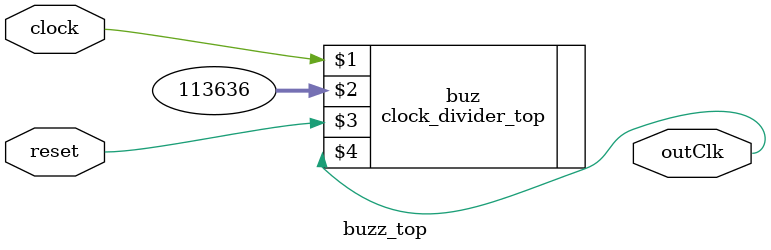
<source format=sv>
module buzz_top(input clock, input reset, output reg outClk);
	clock_divider_top buz(clock, 113636, reset, outClk);
endmodule
</source>
